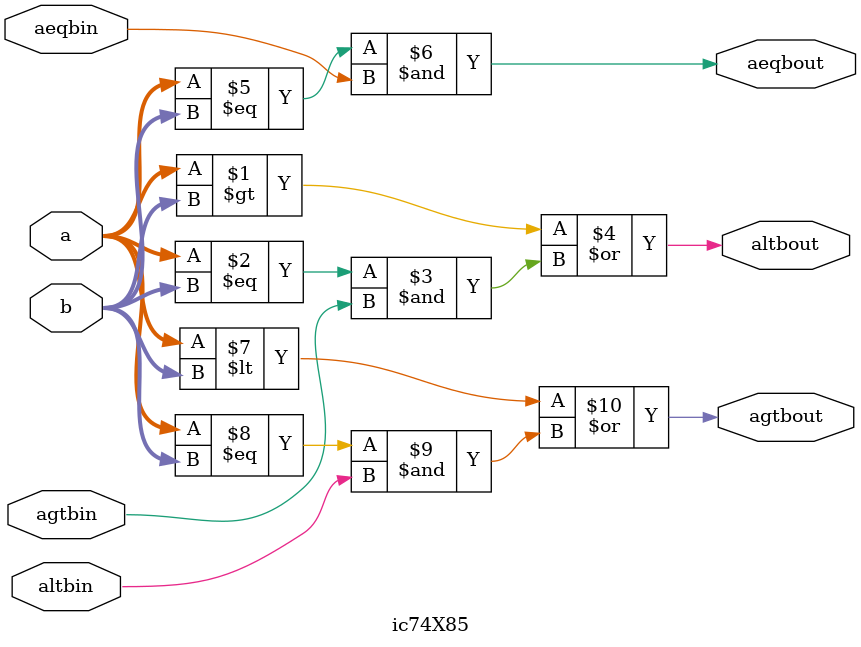
<source format=v>
module ic74X85(a,b,altbin,aeqbin,agtbin,altbout,aeqbout,agtbout);
  input [3:0]a,b;
  input altbin,aeqbin,agtbin;
  output altbout,aeqbout,agtbout;
  assign altbout=(a>b)|((a==b)&agtbin);
  assign aeqbout=(a==b)&aeqbin;
  assign agtbout=(a<b)|((a==b)&altbin);
endmodule
</source>
